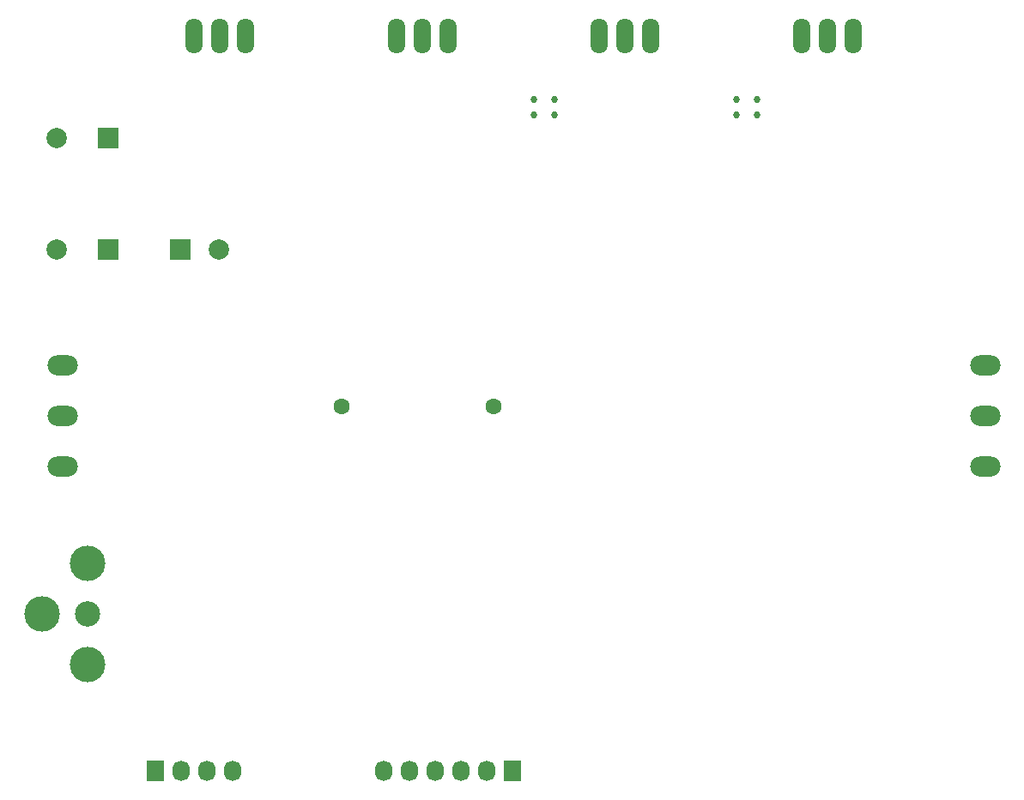
<source format=gbs>
G04 #@! TF.FileFunction,Soldermask,Bot*
%FSLAX46Y46*%
G04 Gerber Fmt 4.6, Leading zero omitted, Abs format (unit mm)*
G04 Created by KiCad (PCBNEW (2014-11-23 BZR 5300)-product) date Mon 09 Feb 2015 01:31:51 PM EST*
%MOMM*%
G01*
G04 APERTURE LIST*
%ADD10C,0.100000*%
%ADD11R,1.998980X1.998980*%
%ADD12C,1.998980*%
%ADD13C,1.600000*%
%ADD14O,3.000000X2.000000*%
%ADD15R,1.727200X2.032000*%
%ADD16O,1.727200X2.032000*%
%ADD17C,3.500000*%
%ADD18C,2.500000*%
%ADD19O,1.699260X3.500120*%
%ADD20C,0.690000*%
G04 APERTURE END LIST*
D10*
D11*
X52040000Y-76000000D03*
D12*
X46960000Y-76000000D03*
D13*
X90000000Y-91500000D03*
X75000000Y-91500000D03*
D11*
X52040000Y-65000000D03*
D12*
X46960000Y-65000000D03*
D14*
X47500000Y-92500000D03*
X47500000Y-97500000D03*
X47500000Y-87500000D03*
X138500000Y-92500000D03*
X138500000Y-87500000D03*
X138500000Y-97500000D03*
D15*
X91850000Y-127500000D03*
D16*
X89310000Y-127500000D03*
X86770000Y-127500000D03*
X84230000Y-127500000D03*
X81690000Y-127500000D03*
X79150000Y-127500000D03*
D15*
X56690000Y-127500000D03*
D16*
X59230000Y-127500000D03*
X61770000Y-127500000D03*
X64310000Y-127500000D03*
D17*
X45500000Y-112000000D03*
X50000000Y-107000000D03*
X50000000Y-117000000D03*
D18*
X50000000Y-112000000D03*
D19*
X123000000Y-55000000D03*
X120460000Y-55000000D03*
X125540000Y-55000000D03*
X103000000Y-55000000D03*
X100460000Y-55000000D03*
X105540000Y-55000000D03*
X63000000Y-55000000D03*
X60460000Y-55000000D03*
X65540000Y-55000000D03*
X83000000Y-55000000D03*
X80460000Y-55000000D03*
X85540000Y-55000000D03*
D11*
X59095000Y-76000000D03*
D12*
X62905000Y-76000000D03*
D20*
X114000000Y-62750000D03*
X114000000Y-61250000D03*
X116000000Y-61250000D03*
X116000000Y-62750000D03*
X94000000Y-62750000D03*
X94000000Y-61250000D03*
X96000000Y-61250000D03*
X96000000Y-62750000D03*
M02*

</source>
